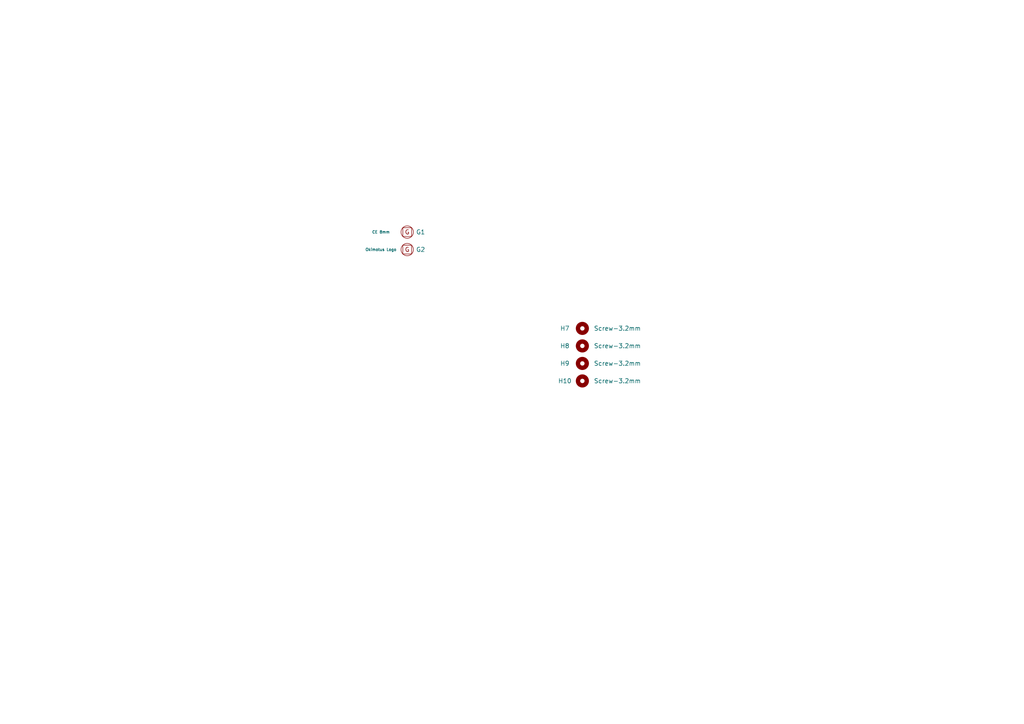
<source format=kicad_sch>
(kicad_sch (version 20231120) (generator "eeschema") (generator_version "8.0")
  (paper "A4")
  (lib_symbols
    (symbol "Generic:Graphic" (in_bom no)
      (property "Reference" "G" (at 0 0 0))
      (symbol "Graphic_0_1"
        (rectangle (start -1.27 1.27) (end 1.27 -1.27))
        (circle (center 0 0) (radius 1.7961))
      )
      (symbol "Graphic_1_1"
        (text "G" (at 0 0 0) (effects (font (size 1.27 1.27))))
      )
    )
    (symbol "Mechanical:MountingHole" (pin_names (offset 1.016))
      (property "Reference" "H" (at 0 5.08 0))
      (property "Value" "MountingHole" (at 0 3.175 0))
      (symbol "MountingHole_0_1"
        (circle (center 0 0) (radius 1.27) (stroke (width 1.27)))
      )
    )
  )
  (symbol (lib_id "Generic:Graphic") (at 118.11 72.39 0) (unit 1) (in_bom no)
    (property "Reference" "G2" (at 120.65 72.39 0) (effects (justify left)))
    (property "Value" "Okimotus Logo" (at 110.49 72.39 0) (effects (font (size 0.8 0.8))))
    (property "Footprint" "Graphics:okimotus-logo-20mm" (effects (hide yes)))
    (property "Type" "Virtual" (effects (hide yes)))
  )
  (symbol (lib_id "Generic:Graphic") (at 118.11 67.31 0) (unit 1) (in_bom no)
    (property "Reference" "G1" (at 120.65 67.31 0) (effects (justify left)))
    (property "Value" "CE 8mm" (at 110.49 67.31 0) (effects (font (size 0.8 0.8))))
    (property "Footprint" "Graphics:ce-8mm" (effects (hide yes)))
    (property "Type" "Virtual" (effects (hide yes)))
  )
  (symbol (lib_id "Mechanical:MountingHole") (at 168.91 110.49 0) (unit 1) (in_bom no)
    (property "Reference" "H10" (at 163.83 110.49 0))
    (property "Value" "Screw-3.2mm" (at 179.07 110.49 0))
    (property "Footprint" "Holes:ScrewHole-3.2mm" (effects (hide yes)))
    (property "Type" "Virtual" (effects (hide yes)))
  )
  (symbol (lib_id "Mechanical:MountingHole") (at 168.91 105.41 0) (unit 1) (in_bom no)
    (property "Reference" "H9" (at 163.83 105.41 0))
    (property "Value" "Screw-3.2mm" (at 179.07 105.41 0))
    (property "Footprint" "Holes:ScrewHole-3.2mm" (effects (hide yes)))
    (property "Type" "Virtual" (effects (hide yes)))
  )
  (symbol (lib_id "Mechanical:MountingHole") (at 168.91 95.25 0) (unit 1) (in_bom no)
    (property "Reference" "H7" (at 163.83 95.25 0))
    (property "Value" "Screw-3.2mm" (at 179.07 95.25 0))
    (property "Footprint" "Holes:ScrewHole-3.2mm" (effects (hide yes)))
    (property "Type" "Virtual" (effects (hide yes)))
  )
  (symbol (lib_id "Mechanical:MountingHole") (at 168.91 100.33 0) (unit 1) (in_bom no)
    (property "Reference" "H8" (at 163.83 100.33 0))
    (property "Value" "Screw-3.2mm" (at 179.07 100.33 0))
    (property "Footprint" "Holes:ScrewHole-3.2mm" (effects (hide yes)))
    (property "Type" "Virtual" (effects (hide yes)))
  )
)
</source>
